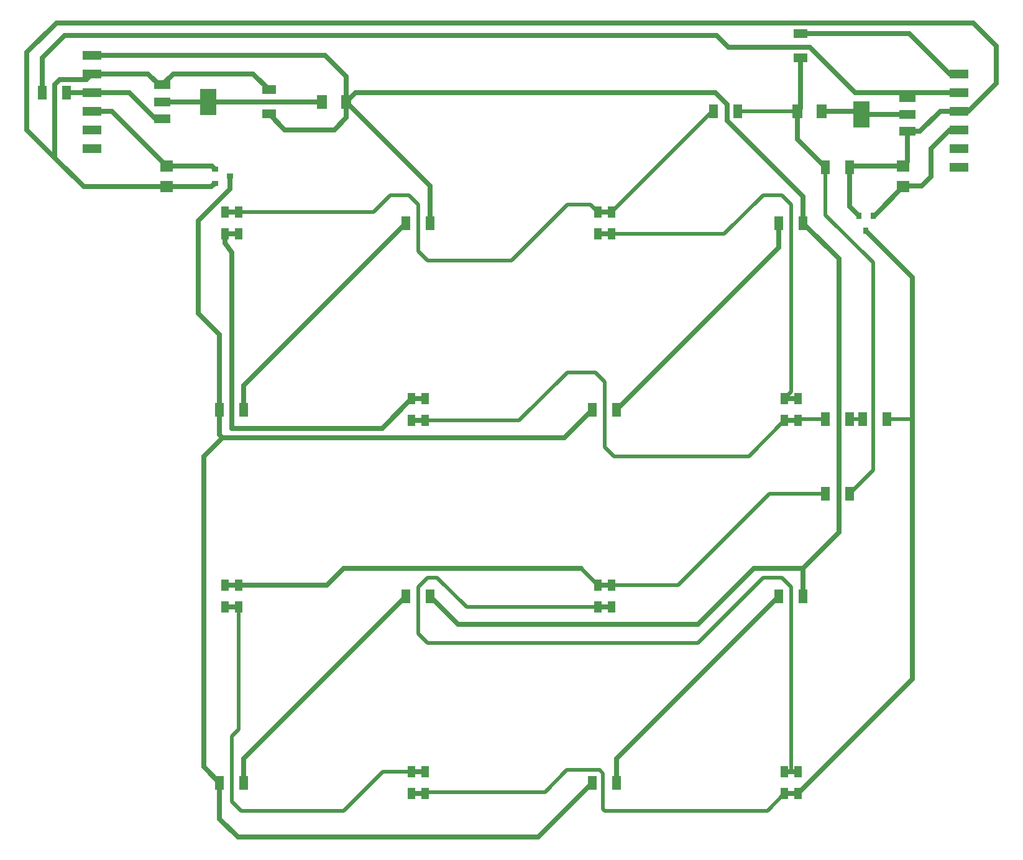
<source format=gbr>
G04 EAGLE Gerber RS-274X export*
G75*
%MOMM*%
%FSLAX34Y34*%
%LPD*%
%INTop Copper*%
%IPPOS*%
%AMOC8*
5,1,8,0,0,1.08239X$1,22.5*%
G01*
G04 Define Apertures*
%ADD10R,1.905000X1.270000*%
%ADD11R,1.270000X1.905000*%
%ADD12R,1.400000X1.900000*%
%ADD13R,1.100000X1.500000*%
%ADD14R,1.803000X1.600000*%
%ADD15R,0.889000X0.787400*%
%ADD16R,0.787400X0.889000*%
%ADD17R,2.540000X1.270000*%
%ADD18R,2.235200X1.219200*%
%ADD19R,2.200000X3.600000*%
%ADD20C,0.635000*%
%ADD21C,0.508000*%
D10*
X431800Y1324610D03*
X431800Y1291590D03*
D11*
X1223010Y1219200D03*
X1189990Y1219200D03*
D12*
X537200Y1308100D03*
X504200Y1308100D03*
D13*
X625984Y904000D03*
X644016Y904000D03*
X644016Y874000D03*
X625984Y874000D03*
D12*
X1151900Y1295400D03*
X1184900Y1295400D03*
D13*
X371984Y650000D03*
X390016Y650000D03*
X390016Y620000D03*
X371984Y620000D03*
X625984Y396000D03*
X644016Y396000D03*
X644016Y366000D03*
X625984Y366000D03*
X879984Y1158000D03*
X898016Y1158000D03*
X898016Y1128000D03*
X879984Y1128000D03*
X1133984Y904000D03*
X1152016Y904000D03*
X1152016Y874000D03*
X1133984Y874000D03*
X879984Y650000D03*
X898016Y650000D03*
X898016Y620000D03*
X879984Y620000D03*
X1133984Y396000D03*
X1152016Y396000D03*
X1152016Y366000D03*
X1133984Y366000D03*
X371984Y1158000D03*
X390016Y1158000D03*
X390016Y1128000D03*
X371984Y1128000D03*
D14*
X292100Y1220720D03*
X292100Y1192280D03*
X1295400Y1192280D03*
X1295400Y1220720D03*
D15*
X358140Y1216406D03*
X358140Y1197102D03*
X378460Y1206754D03*
D16*
X1254506Y1153160D03*
X1235202Y1153160D03*
X1244854Y1132840D03*
D11*
X1159510Y635000D03*
X1126490Y635000D03*
D17*
X1371600Y1219200D03*
X1371600Y1244600D03*
X1371600Y1270000D03*
X1371600Y1295400D03*
X1371600Y1320800D03*
X1371600Y1346200D03*
X190500Y1244600D03*
X190500Y1270000D03*
X190500Y1295400D03*
X190500Y1320800D03*
X190500Y1346200D03*
X190500Y1371600D03*
D11*
X905510Y381000D03*
X872490Y381000D03*
X1159510Y1143000D03*
X1126490Y1143000D03*
X905510Y889000D03*
X872490Y889000D03*
X651510Y635000D03*
X618490Y635000D03*
X397510Y381000D03*
X364490Y381000D03*
X651510Y1143000D03*
X618490Y1143000D03*
X397510Y889000D03*
X364490Y889000D03*
D18*
X286512Y1331214D03*
X286512Y1308100D03*
X286512Y1284986D03*
D19*
X348490Y1308100D03*
D18*
X1300988Y1267636D03*
X1300988Y1290750D03*
X1300988Y1313864D03*
D19*
X1239010Y1290750D03*
D11*
X123190Y1320800D03*
X156210Y1320800D03*
D10*
X1155700Y1367790D03*
X1155700Y1400810D03*
D11*
X1189990Y774700D03*
X1223010Y774700D03*
X1037590Y1295400D03*
X1070610Y1295400D03*
X1240790Y876300D03*
X1273810Y876300D03*
X1189990Y876300D03*
X1223010Y876300D03*
D20*
X266700Y1346200D02*
X190500Y1346200D01*
X266700Y1346200D02*
X281686Y1331214D01*
X286512Y1331214D01*
X410210Y1346200D02*
X431800Y1324610D01*
X410210Y1346200D02*
X301498Y1346200D01*
X286512Y1331214D01*
X292100Y1192280D02*
X179320Y1192280D01*
X292100Y1192280D02*
X353318Y1192280D01*
X358140Y1197102D01*
X1346200Y1295400D02*
X1371600Y1295400D01*
X1346200Y1295400D02*
X1318436Y1267636D01*
X1300988Y1267636D01*
X179320Y1192280D02*
X139700Y1231900D01*
X182880Y1338580D02*
X190500Y1346200D01*
X182880Y1338580D02*
X146441Y1338580D01*
X139700Y1331839D01*
X139700Y1231900D01*
X101600Y1270000D01*
X1422400Y1333500D02*
X1422400Y1384300D01*
X1422400Y1333500D02*
X1384300Y1295400D01*
X1371600Y1295400D01*
X1300988Y1267636D02*
X1300988Y1226308D01*
X1295400Y1220720D01*
X1224530Y1220720D01*
X1223010Y1219200D01*
X1223010Y1165352D01*
X1235202Y1153160D01*
X101600Y1270000D02*
X101600Y1375065D01*
X141951Y1415415D01*
X1391285Y1415415D01*
X1422400Y1384300D01*
X537200Y1342400D02*
X537200Y1308100D01*
X508000Y1371600D02*
X190500Y1371600D01*
X508000Y1371600D02*
X537200Y1342400D01*
X453390Y1270000D02*
X431800Y1291590D01*
X453390Y1270000D02*
X520700Y1270000D01*
X537200Y1286500D01*
X537200Y1308100D01*
X651510Y1193790D01*
X651510Y1143000D01*
X1159510Y1143000D02*
X1208405Y1094105D01*
X1159510Y673100D02*
X1159510Y635000D01*
X1016000Y596900D02*
X689610Y596900D01*
X651510Y635000D01*
X1016000Y596900D02*
X1092200Y673100D01*
X1159510Y673100D01*
X1159510Y1143000D02*
X1159510Y1178951D01*
X1056005Y1282456D01*
X1039739Y1320800D02*
X549900Y1320800D01*
X537200Y1308100D01*
X1039739Y1320800D02*
X1056005Y1304534D01*
X1056005Y1282456D01*
X1208405Y721995D02*
X1159510Y673100D01*
X1208405Y721995D02*
X1208405Y1094105D01*
X217420Y1295400D02*
X190500Y1295400D01*
X217420Y1295400D02*
X292100Y1220720D01*
X353826Y1220720D01*
X358140Y1216406D01*
X618490Y1143000D02*
X397510Y922020D01*
X397510Y889000D01*
X397510Y414020D02*
X397510Y381000D01*
X397510Y414020D02*
X618490Y635000D01*
X1126490Y1109980D02*
X1126490Y1143000D01*
X1126490Y1109980D02*
X905510Y889000D01*
X1126490Y635000D02*
X905510Y414020D01*
X905510Y381000D01*
X834390Y850900D02*
X872490Y889000D01*
X834390Y850900D02*
X368300Y850900D01*
X364490Y854710D01*
X364490Y889000D01*
X342900Y402590D02*
X364490Y381000D01*
X342900Y402590D02*
X342900Y825500D01*
X368300Y850900D01*
X364490Y381000D02*
X364490Y331444D01*
X389229Y306705D01*
X798195Y306705D02*
X872490Y381000D01*
X798195Y306705D02*
X389229Y306705D01*
X378460Y1189150D02*
X378460Y1206754D01*
X378460Y1189150D02*
X335154Y1145844D01*
X335154Y1020282D01*
X364490Y990946D01*
X364490Y889000D01*
X348490Y1308100D02*
X286512Y1308100D01*
X348490Y1308100D02*
X504200Y1308100D01*
X1239010Y1290750D02*
X1300988Y1290750D01*
X1234360Y1295400D02*
X1184900Y1295400D01*
X1234360Y1295400D02*
X1239010Y1290750D01*
X1307924Y1320800D02*
X1371600Y1320800D01*
X1307924Y1320800D02*
X1300988Y1313864D01*
X123190Y1320800D02*
X123190Y1367790D01*
X1230239Y1320800D02*
X1307924Y1320800D01*
X1230239Y1320800D02*
X1168644Y1382395D01*
X1057666Y1382395D01*
X153670Y1398270D02*
X123190Y1367790D01*
X153670Y1398270D02*
X1041791Y1398270D01*
X1057666Y1382395D01*
X1151900Y1257290D02*
X1189990Y1219200D01*
X1151900Y1257290D02*
X1151900Y1295400D01*
X1155700Y1299200D02*
X1155700Y1367790D01*
X1155700Y1299200D02*
X1151900Y1295400D01*
X390016Y650000D02*
X371984Y650000D01*
X390016Y650000D02*
X510300Y650000D01*
X533400Y673100D01*
X856884Y673100D01*
X390016Y1158000D02*
X371984Y1158000D01*
D21*
X390016Y1158000D02*
X573800Y1158000D01*
X596900Y1181100D01*
X622300Y1181100D01*
X635000Y1168400D01*
X635000Y1104900D01*
X647700Y1092200D01*
X762000Y1092200D01*
X838200Y1168400D01*
D20*
X879984Y1158000D02*
X898016Y1158000D01*
X898016Y650000D02*
X879984Y650000D01*
D21*
X869584Y1168400D02*
X838200Y1168400D01*
X869584Y1168400D02*
X879984Y1158000D01*
X856884Y673100D02*
X879984Y650000D01*
X898016Y1158000D02*
X1035416Y1295400D01*
X1037590Y1295400D01*
X1070610Y1295400D02*
X1151900Y1295400D01*
X989090Y650000D02*
X898016Y650000D01*
X1113790Y774700D02*
X1189990Y774700D01*
X1113790Y774700D02*
X989090Y650000D01*
X1223010Y774700D02*
X1254760Y806450D01*
X1254760Y1089044D02*
X1189990Y1153814D01*
X1189990Y1219200D01*
X1254760Y1089044D02*
X1254760Y806450D01*
D20*
X1295400Y1192280D02*
X1296920Y1193800D01*
X1320800Y1193800D01*
X1333500Y1206500D01*
X1333500Y1244600D01*
X1358900Y1270000D01*
X1371600Y1270000D01*
X1295400Y1192280D02*
X1256280Y1153160D01*
X1254506Y1153160D01*
X390016Y620000D02*
X371984Y620000D01*
X625984Y396000D02*
X644016Y396000D01*
D21*
X390016Y453516D02*
X390016Y620000D01*
X390016Y453516D02*
X381000Y444500D01*
X381000Y355600D01*
X393700Y342900D01*
X533400Y342900D01*
X586500Y396000D01*
X625984Y396000D01*
D20*
X879984Y1128000D02*
X898016Y1128000D01*
X1133984Y904000D02*
X1152016Y904000D01*
D21*
X1051800Y1128000D02*
X898016Y1128000D01*
X1051800Y1128000D02*
X1104900Y1181100D01*
X1130300Y1181100D01*
X1143000Y1168400D01*
X1143000Y913016D01*
X1133984Y904000D01*
D20*
X898016Y620000D02*
X879984Y620000D01*
X1133984Y396000D02*
X1143000Y396000D01*
X1152016Y396000D01*
D21*
X879984Y620000D02*
X700800Y620000D01*
X660400Y660400D01*
X647700Y660400D01*
X635000Y647700D01*
X635000Y584200D01*
X647700Y571500D01*
X1016000Y571500D01*
X1104900Y660400D01*
X1130300Y660400D01*
X1143000Y647700D01*
X1143000Y396000D01*
D20*
X390016Y1128000D02*
X371984Y1128000D01*
X371984Y1115300D02*
X381000Y1102600D01*
X371984Y1115300D02*
X371984Y1128000D01*
X381000Y1102600D02*
X381000Y863600D01*
X585584Y863600D01*
X625984Y904000D01*
X644016Y904000D01*
X241300Y1320800D02*
X190500Y1320800D01*
X241300Y1320800D02*
X279400Y1282700D01*
X284226Y1282700D01*
X286512Y1284986D01*
X190500Y1320800D02*
X156210Y1320800D01*
X1358900Y1346200D02*
X1371600Y1346200D01*
X1358900Y1346200D02*
X1304290Y1400810D01*
X1155700Y1400810D01*
X1152016Y874000D02*
X1133984Y874000D01*
X644016Y874000D02*
X625984Y874000D01*
X1133984Y366000D02*
X1152016Y366000D01*
X1308354Y522338D01*
X1308354Y876300D01*
X1308354Y1069340D02*
X1244854Y1132840D01*
X1308354Y1069340D02*
X1308354Y876300D01*
X644016Y366000D02*
X625984Y366000D01*
D21*
X644016Y874000D02*
X772400Y874000D01*
X838200Y939800D01*
X876300Y939800D01*
X889000Y927100D01*
X889000Y838200D01*
X901700Y825500D01*
X1085484Y825500D01*
X646316Y368300D02*
X644016Y366000D01*
X881996Y398145D02*
X886460Y393681D01*
X886460Y345440D02*
X889000Y342900D01*
X886460Y345440D02*
X886460Y393681D01*
X889000Y342900D02*
X1110884Y342900D01*
X1133984Y366000D01*
X881996Y398145D02*
X837584Y398145D01*
X807739Y368300D02*
X646316Y368300D01*
X807739Y368300D02*
X837584Y398145D01*
X1085484Y825500D02*
X1133984Y874000D01*
X1152016Y874000D02*
X1154316Y876300D01*
X1189990Y876300D01*
X1273810Y876300D02*
X1308354Y876300D01*
X1240790Y876300D02*
X1223010Y876300D01*
M02*

</source>
